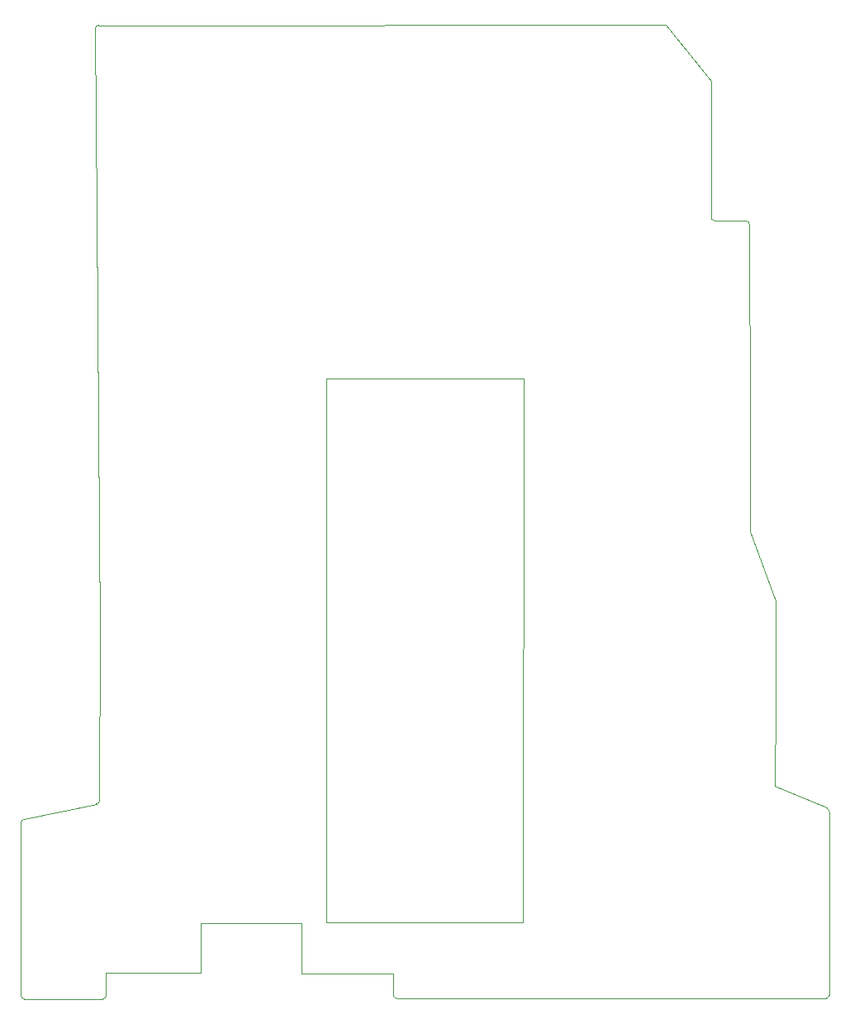
<source format=gbr>
%TF.GenerationSoftware,KiCad,Pcbnew,(6.0.7)*%
%TF.CreationDate,2022-12-29T16:14:02-06:00*%
%TF.ProjectId,DevBoard_Addon,44657642-6f61-4726-945f-4164646f6e2e,0b*%
%TF.SameCoordinates,Original*%
%TF.FileFunction,Profile,NP*%
%FSLAX46Y46*%
G04 Gerber Fmt 4.6, Leading zero omitted, Abs format (unit mm)*
G04 Created by KiCad (PCBNEW (6.0.7)) date 2022-12-29 16:14:02*
%MOMM*%
%LPD*%
G01*
G04 APERTURE LIST*
%TA.AperFunction,Profile*%
%ADD10C,0.100000*%
%TD*%
%TA.AperFunction,Profile*%
%ADD11C,0.050000*%
%TD*%
G04 APERTURE END LIST*
D10*
X190588960Y-111087266D02*
X190578379Y-129913719D01*
X107710309Y-112324382D02*
X107721040Y-129952734D01*
D11*
X159170000Y-122490000D02*
X139050000Y-122490000D01*
D10*
X136490000Y-122530000D02*
X136470000Y-127690000D01*
X108051040Y-130302734D02*
X116100500Y-130337200D01*
X182068960Y-50587266D02*
X178801040Y-50582734D01*
X108020319Y-111914414D02*
G75*
G03*
X107710309Y-112324382I134081J-423586D01*
G01*
X126200000Y-122560000D02*
X136490000Y-122530000D01*
D11*
X139050000Y-122490000D02*
X139020000Y-66740000D01*
D10*
X116450000Y-127670000D02*
X126200000Y-127640000D01*
D11*
X139020000Y-66740000D02*
X159280000Y-66750000D01*
D10*
X116450500Y-130007200D02*
X116450000Y-127670000D01*
X115500000Y-49870000D02*
X115800000Y-92900000D01*
X115800000Y-92900000D02*
X115786170Y-109972119D01*
X173800000Y-30550000D02*
X115687266Y-30571040D01*
X182398996Y-50937265D02*
G75*
G03*
X182068960Y-50587266I-363896J-12535D01*
G01*
X116100499Y-130337188D02*
G75*
G03*
X116450500Y-130007200I-47499J400988D01*
G01*
X190228391Y-130243616D02*
G75*
G03*
X190578379Y-129913719I35709J312716D01*
G01*
X178471045Y-50240000D02*
G75*
G03*
X178801040Y-50582734I363855J20100D01*
G01*
X182450000Y-82430000D02*
X182430000Y-71470000D01*
X107721004Y-129952735D02*
G75*
G03*
X108051040Y-130302734I363896J12535D01*
G01*
X115337266Y-30901040D02*
X115500000Y-49870000D01*
X115476169Y-110332103D02*
G75*
G03*
X115786170Y-109972119I-11069J323003D01*
G01*
X145912490Y-129944358D02*
G75*
G03*
X146242504Y-130283856I386810J45858D01*
G01*
X178490000Y-36300000D02*
X173800000Y-30550000D01*
X146242504Y-130283856D02*
X190228379Y-130243719D01*
X190310000Y-110740000D02*
X184969000Y-108525800D01*
X145920000Y-127680000D02*
X145912504Y-129944356D01*
X190588947Y-111087268D02*
G75*
G03*
X190310000Y-110740000I-442447J-69732D01*
G01*
X136470000Y-127690000D02*
X145920000Y-127680000D01*
X185128000Y-100041000D02*
X185120000Y-89510000D01*
X184969000Y-108525800D02*
X185128000Y-100041000D01*
X126200000Y-127640000D02*
X126200000Y-122560000D01*
X178471040Y-50240000D02*
X178490000Y-36300000D01*
X115687265Y-30571004D02*
G75*
G03*
X115337266Y-30901040I12535J-363896D01*
G01*
X185120000Y-89510000D02*
X182450000Y-82430000D01*
D11*
X159280000Y-66750000D02*
X159170000Y-122490000D01*
D10*
X115476170Y-110332119D02*
X108020309Y-111914382D01*
X182430000Y-71470000D02*
X182398960Y-50937266D01*
M02*

</source>
